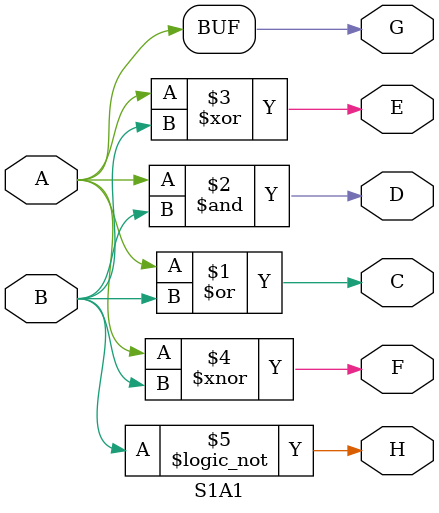
<source format=v>
module S1A1 
	 (
		input 	A,
		input 	B,

		output 	C,
		output	D,
		output	E,
		output	F,
		output	G,
		output	H
	 );
        
		  assign C = A | B;
		  assign D = A & B;
		  assign E = A ^ B;
		  assign F = A ~^ B;
		  assign G = A;
		  assign H = !B;
    endmodule
</source>
